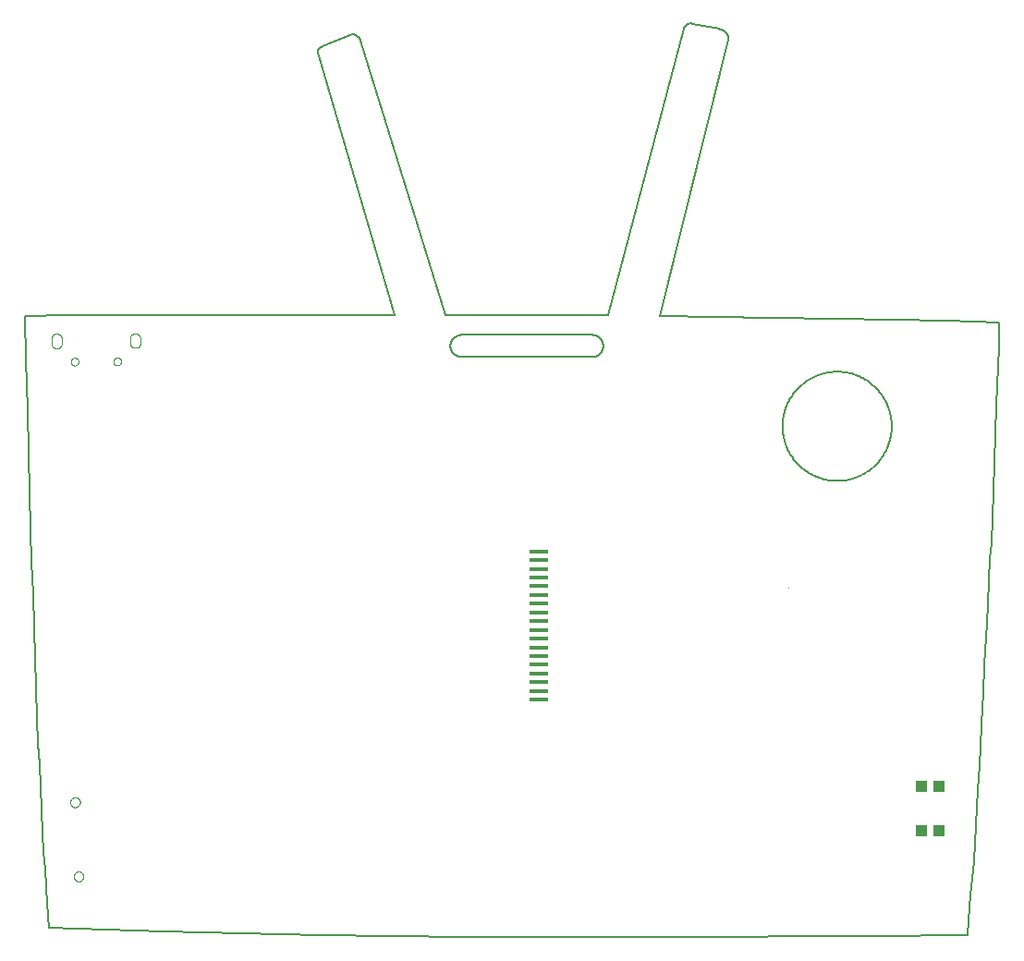
<source format=gtp>
G75*
%MOIN*%
%OFA0B0*%
%FSLAX25Y25*%
%IPPOS*%
%LPD*%
%AMOC8*
5,1,8,0,0,1.08239X$1,22.5*
%
%ADD10C,0.00600*%
%ADD11C,0.00500*%
%ADD12C,0.00591*%
%ADD13C,0.00000*%
%ADD14R,0.06693X0.01575*%
%ADD15R,0.00100X0.00100*%
%ADD16R,0.03937X0.03937*%
D10*
X0018536Y0053992D02*
X0059875Y0052417D01*
X0116174Y0051236D01*
X0168930Y0050449D01*
X0239009Y0050449D01*
X0315781Y0050843D01*
X0349639Y0051236D01*
X0350033Y0056354D01*
X0350426Y0061079D01*
X0350820Y0065409D01*
X0352001Y0078008D01*
X0352788Y0091000D01*
X0353576Y0103598D01*
X0353970Y0112654D01*
X0354363Y0118953D01*
X0354757Y0127220D01*
X0355151Y0132732D01*
X0355544Y0138638D01*
X0355938Y0148480D01*
X0356725Y0163835D01*
X0357119Y0170528D01*
X0357907Y0187063D01*
X0358300Y0192575D01*
X0358694Y0202024D01*
X0359088Y0211079D01*
X0359481Y0221709D01*
X0360269Y0242181D01*
X0361056Y0263441D01*
X0361056Y0272102D01*
X0342552Y0272890D01*
X0302395Y0273677D01*
X0279212Y0273741D01*
X0238661Y0274528D01*
X0283041Y0234773D02*
X0283047Y0235256D01*
X0283065Y0235739D01*
X0283094Y0236221D01*
X0283136Y0236702D01*
X0283189Y0237183D01*
X0283254Y0237661D01*
X0283331Y0238138D01*
X0283419Y0238613D01*
X0283519Y0239086D01*
X0283631Y0239556D01*
X0283754Y0240023D01*
X0283889Y0240487D01*
X0284035Y0240948D01*
X0284192Y0241405D01*
X0284360Y0241858D01*
X0284539Y0242306D01*
X0284730Y0242750D01*
X0284931Y0243189D01*
X0285143Y0243624D01*
X0285365Y0244052D01*
X0285598Y0244476D01*
X0285842Y0244893D01*
X0286095Y0245304D01*
X0286359Y0245709D01*
X0286632Y0246108D01*
X0286915Y0246499D01*
X0287207Y0246884D01*
X0287509Y0247261D01*
X0287820Y0247631D01*
X0288140Y0247993D01*
X0288469Y0248347D01*
X0288807Y0248692D01*
X0289152Y0249030D01*
X0289506Y0249359D01*
X0289868Y0249679D01*
X0290238Y0249990D01*
X0290615Y0250292D01*
X0291000Y0250584D01*
X0291391Y0250867D01*
X0291790Y0251140D01*
X0292195Y0251404D01*
X0292606Y0251657D01*
X0293023Y0251901D01*
X0293447Y0252134D01*
X0293875Y0252356D01*
X0294310Y0252568D01*
X0294749Y0252769D01*
X0295193Y0252960D01*
X0295641Y0253139D01*
X0296094Y0253307D01*
X0296551Y0253464D01*
X0297012Y0253610D01*
X0297476Y0253745D01*
X0297943Y0253868D01*
X0298413Y0253980D01*
X0298886Y0254080D01*
X0299361Y0254168D01*
X0299838Y0254245D01*
X0300316Y0254310D01*
X0300797Y0254363D01*
X0301278Y0254405D01*
X0301760Y0254434D01*
X0302243Y0254452D01*
X0302726Y0254458D01*
X0303209Y0254452D01*
X0303692Y0254434D01*
X0304174Y0254405D01*
X0304655Y0254363D01*
X0305136Y0254310D01*
X0305614Y0254245D01*
X0306091Y0254168D01*
X0306566Y0254080D01*
X0307039Y0253980D01*
X0307509Y0253868D01*
X0307976Y0253745D01*
X0308440Y0253610D01*
X0308901Y0253464D01*
X0309358Y0253307D01*
X0309811Y0253139D01*
X0310259Y0252960D01*
X0310703Y0252769D01*
X0311142Y0252568D01*
X0311577Y0252356D01*
X0312005Y0252134D01*
X0312429Y0251901D01*
X0312846Y0251657D01*
X0313257Y0251404D01*
X0313662Y0251140D01*
X0314061Y0250867D01*
X0314452Y0250584D01*
X0314837Y0250292D01*
X0315214Y0249990D01*
X0315584Y0249679D01*
X0315946Y0249359D01*
X0316300Y0249030D01*
X0316645Y0248692D01*
X0316983Y0248347D01*
X0317312Y0247993D01*
X0317632Y0247631D01*
X0317943Y0247261D01*
X0318245Y0246884D01*
X0318537Y0246499D01*
X0318820Y0246108D01*
X0319093Y0245709D01*
X0319357Y0245304D01*
X0319610Y0244893D01*
X0319854Y0244476D01*
X0320087Y0244052D01*
X0320309Y0243624D01*
X0320521Y0243189D01*
X0320722Y0242750D01*
X0320913Y0242306D01*
X0321092Y0241858D01*
X0321260Y0241405D01*
X0321417Y0240948D01*
X0321563Y0240487D01*
X0321698Y0240023D01*
X0321821Y0239556D01*
X0321933Y0239086D01*
X0322033Y0238613D01*
X0322121Y0238138D01*
X0322198Y0237661D01*
X0322263Y0237183D01*
X0322316Y0236702D01*
X0322358Y0236221D01*
X0322387Y0235739D01*
X0322405Y0235256D01*
X0322411Y0234773D01*
X0322405Y0234290D01*
X0322387Y0233807D01*
X0322358Y0233325D01*
X0322316Y0232844D01*
X0322263Y0232363D01*
X0322198Y0231885D01*
X0322121Y0231408D01*
X0322033Y0230933D01*
X0321933Y0230460D01*
X0321821Y0229990D01*
X0321698Y0229523D01*
X0321563Y0229059D01*
X0321417Y0228598D01*
X0321260Y0228141D01*
X0321092Y0227688D01*
X0320913Y0227240D01*
X0320722Y0226796D01*
X0320521Y0226357D01*
X0320309Y0225922D01*
X0320087Y0225494D01*
X0319854Y0225070D01*
X0319610Y0224653D01*
X0319357Y0224242D01*
X0319093Y0223837D01*
X0318820Y0223438D01*
X0318537Y0223047D01*
X0318245Y0222662D01*
X0317943Y0222285D01*
X0317632Y0221915D01*
X0317312Y0221553D01*
X0316983Y0221199D01*
X0316645Y0220854D01*
X0316300Y0220516D01*
X0315946Y0220187D01*
X0315584Y0219867D01*
X0315214Y0219556D01*
X0314837Y0219254D01*
X0314452Y0218962D01*
X0314061Y0218679D01*
X0313662Y0218406D01*
X0313257Y0218142D01*
X0312846Y0217889D01*
X0312429Y0217645D01*
X0312005Y0217412D01*
X0311577Y0217190D01*
X0311142Y0216978D01*
X0310703Y0216777D01*
X0310259Y0216586D01*
X0309811Y0216407D01*
X0309358Y0216239D01*
X0308901Y0216082D01*
X0308440Y0215936D01*
X0307976Y0215801D01*
X0307509Y0215678D01*
X0307039Y0215566D01*
X0306566Y0215466D01*
X0306091Y0215378D01*
X0305614Y0215301D01*
X0305136Y0215236D01*
X0304655Y0215183D01*
X0304174Y0215141D01*
X0303692Y0215112D01*
X0303209Y0215094D01*
X0302726Y0215088D01*
X0302243Y0215094D01*
X0301760Y0215112D01*
X0301278Y0215141D01*
X0300797Y0215183D01*
X0300316Y0215236D01*
X0299838Y0215301D01*
X0299361Y0215378D01*
X0298886Y0215466D01*
X0298413Y0215566D01*
X0297943Y0215678D01*
X0297476Y0215801D01*
X0297012Y0215936D01*
X0296551Y0216082D01*
X0296094Y0216239D01*
X0295641Y0216407D01*
X0295193Y0216586D01*
X0294749Y0216777D01*
X0294310Y0216978D01*
X0293875Y0217190D01*
X0293447Y0217412D01*
X0293023Y0217645D01*
X0292606Y0217889D01*
X0292195Y0218142D01*
X0291790Y0218406D01*
X0291391Y0218679D01*
X0291000Y0218962D01*
X0290615Y0219254D01*
X0290238Y0219556D01*
X0289868Y0219867D01*
X0289506Y0220187D01*
X0289152Y0220516D01*
X0288807Y0220854D01*
X0288469Y0221199D01*
X0288140Y0221553D01*
X0287820Y0221915D01*
X0287509Y0222285D01*
X0287207Y0222662D01*
X0286915Y0223047D01*
X0286632Y0223438D01*
X0286359Y0223837D01*
X0286095Y0224242D01*
X0285842Y0224653D01*
X0285598Y0225070D01*
X0285365Y0225494D01*
X0285143Y0225922D01*
X0284931Y0226357D01*
X0284730Y0226796D01*
X0284539Y0227240D01*
X0284360Y0227688D01*
X0284192Y0228141D01*
X0284035Y0228598D01*
X0283889Y0229059D01*
X0283754Y0229523D01*
X0283631Y0229990D01*
X0283519Y0230460D01*
X0283419Y0230933D01*
X0283331Y0231408D01*
X0283254Y0231885D01*
X0283189Y0232363D01*
X0283136Y0232844D01*
X0283094Y0233325D01*
X0283065Y0233807D01*
X0283047Y0234290D01*
X0283041Y0234773D01*
X0024881Y0274725D02*
X0009875Y0274465D01*
X0010269Y0258717D01*
X0010662Y0241000D01*
X0011056Y0224858D01*
X0011450Y0211079D01*
X0011844Y0197693D01*
X0012237Y0185488D01*
X0012631Y0174465D01*
X0013025Y0161866D01*
X0013418Y0151630D01*
X0014206Y0129583D01*
X0014599Y0120134D01*
X0014993Y0113047D01*
X0015387Y0104780D01*
X0015781Y0096118D01*
X0016174Y0088638D01*
X0016568Y0080764D01*
X0016962Y0075252D01*
X0017355Y0068559D01*
X0017749Y0063047D01*
X0018143Y0058323D01*
X0018536Y0053992D01*
D11*
X0167177Y0259861D02*
X0214421Y0259861D01*
X0218358Y0263798D02*
X0218356Y0263922D01*
X0218350Y0264045D01*
X0218341Y0264169D01*
X0218327Y0264291D01*
X0218310Y0264414D01*
X0218288Y0264536D01*
X0218263Y0264657D01*
X0218234Y0264777D01*
X0218202Y0264896D01*
X0218165Y0265015D01*
X0218125Y0265132D01*
X0218082Y0265247D01*
X0218034Y0265362D01*
X0217983Y0265474D01*
X0217929Y0265585D01*
X0217871Y0265695D01*
X0217810Y0265802D01*
X0217745Y0265908D01*
X0217677Y0266011D01*
X0217606Y0266112D01*
X0217532Y0266211D01*
X0217455Y0266308D01*
X0217374Y0266402D01*
X0217291Y0266493D01*
X0217205Y0266582D01*
X0217116Y0266668D01*
X0217025Y0266751D01*
X0216931Y0266832D01*
X0216834Y0266909D01*
X0216735Y0266983D01*
X0216634Y0267054D01*
X0216531Y0267122D01*
X0216425Y0267187D01*
X0216318Y0267248D01*
X0216208Y0267306D01*
X0216097Y0267360D01*
X0215985Y0267411D01*
X0215870Y0267459D01*
X0215755Y0267502D01*
X0215638Y0267542D01*
X0215519Y0267579D01*
X0215400Y0267611D01*
X0215280Y0267640D01*
X0215159Y0267665D01*
X0215037Y0267687D01*
X0214914Y0267704D01*
X0214792Y0267718D01*
X0214668Y0267727D01*
X0214545Y0267733D01*
X0214421Y0267735D01*
X0167177Y0267735D01*
X0163240Y0263798D02*
X0163242Y0263674D01*
X0163248Y0263551D01*
X0163257Y0263427D01*
X0163271Y0263305D01*
X0163288Y0263182D01*
X0163310Y0263060D01*
X0163335Y0262939D01*
X0163364Y0262819D01*
X0163396Y0262700D01*
X0163433Y0262581D01*
X0163473Y0262464D01*
X0163516Y0262349D01*
X0163564Y0262234D01*
X0163615Y0262122D01*
X0163669Y0262011D01*
X0163727Y0261901D01*
X0163788Y0261794D01*
X0163853Y0261688D01*
X0163921Y0261585D01*
X0163992Y0261484D01*
X0164066Y0261385D01*
X0164143Y0261288D01*
X0164224Y0261194D01*
X0164307Y0261103D01*
X0164393Y0261014D01*
X0164482Y0260928D01*
X0164573Y0260845D01*
X0164667Y0260764D01*
X0164764Y0260687D01*
X0164863Y0260613D01*
X0164964Y0260542D01*
X0165067Y0260474D01*
X0165173Y0260409D01*
X0165280Y0260348D01*
X0165390Y0260290D01*
X0165501Y0260236D01*
X0165613Y0260185D01*
X0165728Y0260137D01*
X0165843Y0260094D01*
X0165960Y0260054D01*
X0166079Y0260017D01*
X0166198Y0259985D01*
X0166318Y0259956D01*
X0166439Y0259931D01*
X0166561Y0259909D01*
X0166684Y0259892D01*
X0166806Y0259878D01*
X0166930Y0259869D01*
X0167053Y0259863D01*
X0167177Y0259861D01*
X0163240Y0263798D02*
X0163242Y0263922D01*
X0163248Y0264045D01*
X0163257Y0264169D01*
X0163271Y0264291D01*
X0163288Y0264414D01*
X0163310Y0264536D01*
X0163335Y0264657D01*
X0163364Y0264777D01*
X0163396Y0264896D01*
X0163433Y0265015D01*
X0163473Y0265132D01*
X0163516Y0265247D01*
X0163564Y0265362D01*
X0163615Y0265474D01*
X0163669Y0265585D01*
X0163727Y0265695D01*
X0163788Y0265802D01*
X0163853Y0265908D01*
X0163921Y0266011D01*
X0163992Y0266112D01*
X0164066Y0266211D01*
X0164143Y0266308D01*
X0164224Y0266402D01*
X0164307Y0266493D01*
X0164393Y0266582D01*
X0164482Y0266668D01*
X0164573Y0266751D01*
X0164667Y0266832D01*
X0164764Y0266909D01*
X0164863Y0266983D01*
X0164964Y0267054D01*
X0165067Y0267122D01*
X0165173Y0267187D01*
X0165280Y0267248D01*
X0165390Y0267306D01*
X0165501Y0267360D01*
X0165613Y0267411D01*
X0165728Y0267459D01*
X0165843Y0267502D01*
X0165960Y0267542D01*
X0166079Y0267579D01*
X0166198Y0267611D01*
X0166318Y0267640D01*
X0166439Y0267665D01*
X0166561Y0267687D01*
X0166684Y0267704D01*
X0166806Y0267718D01*
X0166930Y0267727D01*
X0167053Y0267733D01*
X0167177Y0267735D01*
X0214421Y0259861D02*
X0214545Y0259863D01*
X0214668Y0259869D01*
X0214792Y0259878D01*
X0214914Y0259892D01*
X0215037Y0259909D01*
X0215159Y0259931D01*
X0215280Y0259956D01*
X0215400Y0259985D01*
X0215519Y0260017D01*
X0215638Y0260054D01*
X0215755Y0260094D01*
X0215870Y0260137D01*
X0215985Y0260185D01*
X0216097Y0260236D01*
X0216208Y0260290D01*
X0216318Y0260348D01*
X0216425Y0260409D01*
X0216531Y0260474D01*
X0216634Y0260542D01*
X0216735Y0260613D01*
X0216834Y0260687D01*
X0216931Y0260764D01*
X0217025Y0260845D01*
X0217116Y0260928D01*
X0217205Y0261014D01*
X0217291Y0261103D01*
X0217374Y0261194D01*
X0217455Y0261288D01*
X0217532Y0261385D01*
X0217606Y0261484D01*
X0217677Y0261585D01*
X0217745Y0261688D01*
X0217810Y0261794D01*
X0217871Y0261901D01*
X0217929Y0262011D01*
X0217983Y0262122D01*
X0218034Y0262234D01*
X0218082Y0262349D01*
X0218125Y0262464D01*
X0218165Y0262581D01*
X0218202Y0262700D01*
X0218234Y0262819D01*
X0218263Y0262939D01*
X0218288Y0263060D01*
X0218310Y0263182D01*
X0218327Y0263305D01*
X0218341Y0263427D01*
X0218350Y0263551D01*
X0218356Y0263674D01*
X0218358Y0263798D01*
D12*
X0220157Y0274922D02*
X0247322Y0378072D01*
X0247322Y0378071D02*
X0247347Y0378169D01*
X0247375Y0378266D01*
X0247407Y0378361D01*
X0247442Y0378455D01*
X0247481Y0378548D01*
X0247524Y0378639D01*
X0247570Y0378728D01*
X0247620Y0378816D01*
X0247672Y0378902D01*
X0247728Y0378985D01*
X0247788Y0379067D01*
X0247850Y0379146D01*
X0247915Y0379222D01*
X0247983Y0379296D01*
X0248054Y0379367D01*
X0248128Y0379436D01*
X0248204Y0379502D01*
X0248283Y0379565D01*
X0248364Y0379624D01*
X0248447Y0379681D01*
X0248532Y0379734D01*
X0248619Y0379784D01*
X0248709Y0379831D01*
X0248799Y0379874D01*
X0248892Y0379914D01*
X0248986Y0379950D01*
X0249081Y0379982D01*
X0249177Y0380011D01*
X0249275Y0380036D01*
X0249373Y0380057D01*
X0249472Y0380075D01*
X0249572Y0380089D01*
X0249672Y0380099D01*
X0249772Y0380105D01*
X0249873Y0380107D01*
X0249974Y0380105D01*
X0250074Y0380100D01*
X0250174Y0380091D01*
X0250274Y0380077D01*
X0250373Y0380060D01*
X0250471Y0380040D01*
X0250472Y0380040D02*
X0260314Y0378072D01*
X0260315Y0378071D02*
X0260430Y0378056D01*
X0260546Y0378038D01*
X0260660Y0378016D01*
X0260774Y0377989D01*
X0260887Y0377960D01*
X0260998Y0377926D01*
X0261109Y0377889D01*
X0261218Y0377849D01*
X0261326Y0377804D01*
X0261433Y0377757D01*
X0261538Y0377705D01*
X0261641Y0377651D01*
X0261742Y0377593D01*
X0261841Y0377532D01*
X0261938Y0377467D01*
X0262034Y0377400D01*
X0262126Y0377329D01*
X0262217Y0377255D01*
X0262305Y0377179D01*
X0262390Y0377099D01*
X0262473Y0377017D01*
X0262553Y0376932D01*
X0262630Y0376845D01*
X0262705Y0376755D01*
X0262776Y0376663D01*
X0262844Y0376568D01*
X0262910Y0376471D01*
X0262972Y0376373D01*
X0263030Y0376272D01*
X0263086Y0376169D01*
X0263138Y0376065D01*
X0263186Y0375959D01*
X0263231Y0375851D01*
X0263273Y0375742D01*
X0263311Y0375632D01*
X0263345Y0375520D01*
X0263376Y0375408D01*
X0263403Y0375294D01*
X0263426Y0375180D01*
X0263445Y0375065D01*
X0263461Y0374949D01*
X0263473Y0374833D01*
X0263481Y0374717D01*
X0263485Y0374600D01*
X0263486Y0374484D01*
X0263482Y0374367D01*
X0263475Y0374250D01*
X0263464Y0374134D01*
X0263464Y0374135D02*
X0238661Y0274528D01*
X0220157Y0274922D02*
X0161496Y0274922D01*
X0130787Y0373741D01*
X0130770Y0373843D01*
X0130750Y0373946D01*
X0130726Y0374047D01*
X0130698Y0374147D01*
X0130666Y0374246D01*
X0130630Y0374344D01*
X0130591Y0374441D01*
X0130549Y0374536D01*
X0130502Y0374629D01*
X0130453Y0374720D01*
X0130400Y0374810D01*
X0130343Y0374898D01*
X0130284Y0374983D01*
X0130221Y0375066D01*
X0130155Y0375147D01*
X0130086Y0375225D01*
X0130015Y0375300D01*
X0129940Y0375373D01*
X0129863Y0375443D01*
X0129784Y0375510D01*
X0129701Y0375574D01*
X0129617Y0375635D01*
X0129530Y0375693D01*
X0129442Y0375747D01*
X0129351Y0375798D01*
X0129258Y0375846D01*
X0129164Y0375890D01*
X0129068Y0375931D01*
X0128971Y0375968D01*
X0128872Y0376001D01*
X0128772Y0376031D01*
X0128671Y0376056D01*
X0128570Y0376078D01*
X0128467Y0376097D01*
X0128364Y0376111D01*
X0128260Y0376122D01*
X0128157Y0376128D01*
X0128052Y0376131D01*
X0127948Y0376130D01*
X0127844Y0376125D01*
X0127741Y0376116D01*
X0127637Y0376103D01*
X0117007Y0371772D01*
X0116922Y0371753D01*
X0116837Y0371730D01*
X0116754Y0371704D01*
X0116672Y0371674D01*
X0116591Y0371640D01*
X0116511Y0371603D01*
X0116434Y0371563D01*
X0116358Y0371519D01*
X0116284Y0371472D01*
X0116213Y0371421D01*
X0116143Y0371368D01*
X0116076Y0371312D01*
X0116012Y0371252D01*
X0115950Y0371190D01*
X0115891Y0371126D01*
X0115834Y0371059D01*
X0115781Y0370989D01*
X0115731Y0370917D01*
X0115684Y0370843D01*
X0115640Y0370768D01*
X0115600Y0370690D01*
X0115563Y0370610D01*
X0115530Y0370529D01*
X0115500Y0370447D01*
X0115474Y0370364D01*
X0115451Y0370279D01*
X0115432Y0370193D01*
X0115417Y0370107D01*
X0115406Y0370020D01*
X0115398Y0369933D01*
X0115394Y0369846D01*
X0115395Y0369758D01*
X0115398Y0369671D01*
X0115406Y0369583D01*
X0115418Y0369497D01*
X0115433Y0369410D01*
X0142992Y0274922D01*
X0024881Y0274725D01*
D13*
X0021589Y0268102D02*
X0020802Y0268099D01*
X0020801Y0268099D02*
X0020727Y0268092D01*
X0020653Y0268081D01*
X0020579Y0268067D01*
X0020506Y0268048D01*
X0020435Y0268026D01*
X0020364Y0268001D01*
X0020295Y0267971D01*
X0020228Y0267939D01*
X0020162Y0267903D01*
X0020098Y0267864D01*
X0020036Y0267821D01*
X0019977Y0267776D01*
X0019919Y0267727D01*
X0019865Y0267676D01*
X0019813Y0267622D01*
X0019764Y0267565D01*
X0019717Y0267506D01*
X0019674Y0267445D01*
X0019634Y0267381D01*
X0019597Y0267316D01*
X0019564Y0267249D01*
X0019534Y0267180D01*
X0019507Y0267110D01*
X0019485Y0267039D01*
X0019465Y0266966D01*
X0019450Y0266893D01*
X0019438Y0266819D01*
X0019430Y0266744D01*
X0019426Y0266669D01*
X0019425Y0266594D01*
X0019429Y0266519D01*
X0019429Y0266520D02*
X0019437Y0264355D01*
X0019437Y0264354D02*
X0019439Y0264282D01*
X0019445Y0264210D01*
X0019455Y0264139D01*
X0019468Y0264068D01*
X0019485Y0263998D01*
X0019506Y0263929D01*
X0019530Y0263861D01*
X0019558Y0263794D01*
X0019589Y0263729D01*
X0019624Y0263666D01*
X0019662Y0263604D01*
X0019703Y0263545D01*
X0019747Y0263488D01*
X0019794Y0263433D01*
X0019844Y0263381D01*
X0019897Y0263332D01*
X0019952Y0263285D01*
X0020009Y0263241D01*
X0020069Y0263201D01*
X0020130Y0263163D01*
X0020194Y0263129D01*
X0020259Y0263098D01*
X0020326Y0263071D01*
X0020394Y0263047D01*
X0020463Y0263027D01*
X0020533Y0263010D01*
X0020604Y0262997D01*
X0020676Y0262988D01*
X0020748Y0262983D01*
X0020820Y0262981D01*
X0020819Y0262981D02*
X0021607Y0262984D01*
X0021679Y0262986D01*
X0021751Y0262992D01*
X0021822Y0263002D01*
X0021893Y0263015D01*
X0021963Y0263032D01*
X0022032Y0263053D01*
X0022100Y0263077D01*
X0022167Y0263105D01*
X0022232Y0263136D01*
X0022295Y0263171D01*
X0022357Y0263209D01*
X0022416Y0263250D01*
X0022473Y0263294D01*
X0022528Y0263341D01*
X0022580Y0263391D01*
X0022629Y0263444D01*
X0022676Y0263499D01*
X0022720Y0263556D01*
X0022760Y0263616D01*
X0022798Y0263677D01*
X0022832Y0263741D01*
X0022863Y0263806D01*
X0022890Y0263873D01*
X0022914Y0263941D01*
X0022934Y0264010D01*
X0022951Y0264080D01*
X0022964Y0264151D01*
X0022973Y0264223D01*
X0022978Y0264295D01*
X0022980Y0264367D01*
X0022972Y0266532D01*
X0022973Y0266533D02*
X0022976Y0266608D01*
X0022975Y0266683D01*
X0022970Y0266757D01*
X0022962Y0266832D01*
X0022949Y0266906D01*
X0022933Y0266979D01*
X0022914Y0267052D01*
X0022890Y0267123D01*
X0022863Y0267193D01*
X0022833Y0267261D01*
X0022799Y0267328D01*
X0022762Y0267393D01*
X0022721Y0267456D01*
X0022677Y0267517D01*
X0022631Y0267576D01*
X0022581Y0267632D01*
X0022529Y0267686D01*
X0022474Y0267737D01*
X0022416Y0267785D01*
X0022356Y0267830D01*
X0022294Y0267872D01*
X0022230Y0267911D01*
X0022164Y0267947D01*
X0022096Y0267979D01*
X0022027Y0268007D01*
X0021957Y0268033D01*
X0021885Y0268054D01*
X0021812Y0268072D01*
X0021738Y0268086D01*
X0021664Y0268096D01*
X0021589Y0268103D01*
X0026348Y0258084D02*
X0026350Y0258158D01*
X0026356Y0258232D01*
X0026366Y0258305D01*
X0026380Y0258378D01*
X0026397Y0258450D01*
X0026419Y0258520D01*
X0026444Y0258590D01*
X0026473Y0258658D01*
X0026506Y0258724D01*
X0026542Y0258789D01*
X0026582Y0258851D01*
X0026624Y0258912D01*
X0026670Y0258970D01*
X0026719Y0259025D01*
X0026771Y0259078D01*
X0026826Y0259128D01*
X0026883Y0259174D01*
X0026943Y0259218D01*
X0027005Y0259258D01*
X0027069Y0259295D01*
X0027135Y0259329D01*
X0027203Y0259359D01*
X0027272Y0259385D01*
X0027343Y0259408D01*
X0027414Y0259426D01*
X0027487Y0259441D01*
X0027560Y0259452D01*
X0027634Y0259459D01*
X0027708Y0259462D01*
X0027781Y0259461D01*
X0027855Y0259456D01*
X0027929Y0259447D01*
X0028002Y0259434D01*
X0028074Y0259417D01*
X0028145Y0259397D01*
X0028215Y0259372D01*
X0028283Y0259344D01*
X0028350Y0259313D01*
X0028415Y0259277D01*
X0028478Y0259239D01*
X0028539Y0259197D01*
X0028598Y0259151D01*
X0028654Y0259103D01*
X0028707Y0259052D01*
X0028757Y0258998D01*
X0028805Y0258941D01*
X0028849Y0258882D01*
X0028891Y0258820D01*
X0028929Y0258757D01*
X0028963Y0258691D01*
X0028994Y0258624D01*
X0029021Y0258555D01*
X0029044Y0258485D01*
X0029064Y0258414D01*
X0029080Y0258341D01*
X0029092Y0258268D01*
X0029100Y0258195D01*
X0029104Y0258121D01*
X0029104Y0258047D01*
X0029100Y0257973D01*
X0029092Y0257900D01*
X0029080Y0257827D01*
X0029064Y0257754D01*
X0029044Y0257683D01*
X0029021Y0257613D01*
X0028994Y0257544D01*
X0028963Y0257477D01*
X0028929Y0257411D01*
X0028891Y0257348D01*
X0028849Y0257286D01*
X0028805Y0257227D01*
X0028757Y0257170D01*
X0028707Y0257116D01*
X0028654Y0257065D01*
X0028598Y0257017D01*
X0028539Y0256971D01*
X0028478Y0256929D01*
X0028415Y0256891D01*
X0028350Y0256855D01*
X0028283Y0256824D01*
X0028215Y0256796D01*
X0028145Y0256771D01*
X0028074Y0256751D01*
X0028002Y0256734D01*
X0027929Y0256721D01*
X0027855Y0256712D01*
X0027781Y0256707D01*
X0027708Y0256706D01*
X0027634Y0256709D01*
X0027560Y0256716D01*
X0027487Y0256727D01*
X0027414Y0256742D01*
X0027343Y0256760D01*
X0027272Y0256783D01*
X0027203Y0256809D01*
X0027135Y0256839D01*
X0027069Y0256873D01*
X0027005Y0256910D01*
X0026943Y0256950D01*
X0026883Y0256994D01*
X0026826Y0257040D01*
X0026771Y0257090D01*
X0026719Y0257143D01*
X0026670Y0257198D01*
X0026624Y0257256D01*
X0026582Y0257317D01*
X0026542Y0257379D01*
X0026506Y0257444D01*
X0026473Y0257510D01*
X0026444Y0257578D01*
X0026419Y0257648D01*
X0026397Y0257718D01*
X0026380Y0257790D01*
X0026366Y0257863D01*
X0026356Y0257936D01*
X0026350Y0258010D01*
X0026348Y0258084D01*
X0041703Y0258138D02*
X0041705Y0258212D01*
X0041711Y0258286D01*
X0041721Y0258359D01*
X0041735Y0258432D01*
X0041752Y0258504D01*
X0041774Y0258574D01*
X0041799Y0258644D01*
X0041828Y0258712D01*
X0041861Y0258778D01*
X0041897Y0258843D01*
X0041937Y0258905D01*
X0041979Y0258966D01*
X0042025Y0259024D01*
X0042074Y0259079D01*
X0042126Y0259132D01*
X0042181Y0259182D01*
X0042238Y0259228D01*
X0042298Y0259272D01*
X0042360Y0259312D01*
X0042424Y0259349D01*
X0042490Y0259383D01*
X0042558Y0259413D01*
X0042627Y0259439D01*
X0042698Y0259462D01*
X0042769Y0259480D01*
X0042842Y0259495D01*
X0042915Y0259506D01*
X0042989Y0259513D01*
X0043063Y0259516D01*
X0043136Y0259515D01*
X0043210Y0259510D01*
X0043284Y0259501D01*
X0043357Y0259488D01*
X0043429Y0259471D01*
X0043500Y0259451D01*
X0043570Y0259426D01*
X0043638Y0259398D01*
X0043705Y0259367D01*
X0043770Y0259331D01*
X0043833Y0259293D01*
X0043894Y0259251D01*
X0043953Y0259205D01*
X0044009Y0259157D01*
X0044062Y0259106D01*
X0044112Y0259052D01*
X0044160Y0258995D01*
X0044204Y0258936D01*
X0044246Y0258874D01*
X0044284Y0258811D01*
X0044318Y0258745D01*
X0044349Y0258678D01*
X0044376Y0258609D01*
X0044399Y0258539D01*
X0044419Y0258468D01*
X0044435Y0258395D01*
X0044447Y0258322D01*
X0044455Y0258249D01*
X0044459Y0258175D01*
X0044459Y0258101D01*
X0044455Y0258027D01*
X0044447Y0257954D01*
X0044435Y0257881D01*
X0044419Y0257808D01*
X0044399Y0257737D01*
X0044376Y0257667D01*
X0044349Y0257598D01*
X0044318Y0257531D01*
X0044284Y0257465D01*
X0044246Y0257402D01*
X0044204Y0257340D01*
X0044160Y0257281D01*
X0044112Y0257224D01*
X0044062Y0257170D01*
X0044009Y0257119D01*
X0043953Y0257071D01*
X0043894Y0257025D01*
X0043833Y0256983D01*
X0043770Y0256945D01*
X0043705Y0256909D01*
X0043638Y0256878D01*
X0043570Y0256850D01*
X0043500Y0256825D01*
X0043429Y0256805D01*
X0043357Y0256788D01*
X0043284Y0256775D01*
X0043210Y0256766D01*
X0043136Y0256761D01*
X0043063Y0256760D01*
X0042989Y0256763D01*
X0042915Y0256770D01*
X0042842Y0256781D01*
X0042769Y0256796D01*
X0042698Y0256814D01*
X0042627Y0256837D01*
X0042558Y0256863D01*
X0042490Y0256893D01*
X0042424Y0256927D01*
X0042360Y0256964D01*
X0042298Y0257004D01*
X0042238Y0257048D01*
X0042181Y0257094D01*
X0042126Y0257144D01*
X0042074Y0257197D01*
X0042025Y0257252D01*
X0041979Y0257310D01*
X0041937Y0257371D01*
X0041897Y0257433D01*
X0041861Y0257498D01*
X0041828Y0257564D01*
X0041799Y0257632D01*
X0041774Y0257702D01*
X0041752Y0257772D01*
X0041735Y0257844D01*
X0041721Y0257917D01*
X0041711Y0257990D01*
X0041705Y0258064D01*
X0041703Y0258138D01*
X0047783Y0264453D02*
X0047775Y0266816D01*
X0047775Y0266815D02*
X0047786Y0266892D01*
X0047801Y0266969D01*
X0047820Y0267044D01*
X0047842Y0267119D01*
X0047868Y0267192D01*
X0047898Y0267264D01*
X0047931Y0267335D01*
X0047968Y0267404D01*
X0048008Y0267471D01*
X0048051Y0267535D01*
X0048097Y0267598D01*
X0048146Y0267658D01*
X0048199Y0267716D01*
X0048254Y0267771D01*
X0048311Y0267824D01*
X0048371Y0267873D01*
X0048434Y0267920D01*
X0048498Y0267963D01*
X0048565Y0268003D01*
X0048634Y0268040D01*
X0048704Y0268074D01*
X0048776Y0268104D01*
X0048849Y0268130D01*
X0048924Y0268153D01*
X0048999Y0268172D01*
X0049076Y0268187D01*
X0049153Y0268199D01*
X0049230Y0268206D01*
X0049308Y0268210D01*
X0049386Y0268211D01*
X0049464Y0268207D01*
X0049541Y0268199D01*
X0049542Y0268200D02*
X0049619Y0268208D01*
X0049697Y0268212D01*
X0049775Y0268213D01*
X0049853Y0268209D01*
X0049930Y0268202D01*
X0050007Y0268191D01*
X0050084Y0268176D01*
X0050159Y0268158D01*
X0050234Y0268135D01*
X0050308Y0268110D01*
X0050380Y0268080D01*
X0050450Y0268047D01*
X0050519Y0268011D01*
X0050586Y0267971D01*
X0050651Y0267928D01*
X0050714Y0267882D01*
X0050774Y0267833D01*
X0050832Y0267781D01*
X0050888Y0267726D01*
X0050940Y0267669D01*
X0050990Y0267609D01*
X0051037Y0267546D01*
X0051080Y0267482D01*
X0051121Y0267415D01*
X0051158Y0267347D01*
X0051192Y0267277D01*
X0051222Y0267205D01*
X0051248Y0267132D01*
X0051271Y0267057D01*
X0051291Y0266982D01*
X0051306Y0266905D01*
X0051318Y0266828D01*
X0051326Y0264466D01*
X0051315Y0264389D01*
X0051300Y0264312D01*
X0051281Y0264237D01*
X0051259Y0264162D01*
X0051233Y0264089D01*
X0051203Y0264017D01*
X0051170Y0263946D01*
X0051133Y0263877D01*
X0051093Y0263810D01*
X0051050Y0263746D01*
X0051004Y0263683D01*
X0050955Y0263623D01*
X0050902Y0263565D01*
X0050847Y0263510D01*
X0050790Y0263457D01*
X0050730Y0263408D01*
X0050667Y0263361D01*
X0050603Y0263318D01*
X0050536Y0263278D01*
X0050467Y0263241D01*
X0050397Y0263207D01*
X0050325Y0263177D01*
X0050252Y0263151D01*
X0050177Y0263128D01*
X0050102Y0263109D01*
X0050025Y0263094D01*
X0049948Y0263082D01*
X0049871Y0263075D01*
X0049793Y0263071D01*
X0049715Y0263070D01*
X0049637Y0263074D01*
X0049560Y0263082D01*
X0049559Y0263082D02*
X0049482Y0263074D01*
X0049404Y0263070D01*
X0049326Y0263069D01*
X0049248Y0263073D01*
X0049171Y0263080D01*
X0049094Y0263091D01*
X0049017Y0263106D01*
X0048942Y0263124D01*
X0048867Y0263147D01*
X0048793Y0263172D01*
X0048721Y0263202D01*
X0048651Y0263235D01*
X0048582Y0263271D01*
X0048515Y0263311D01*
X0048450Y0263354D01*
X0048387Y0263400D01*
X0048327Y0263449D01*
X0048269Y0263501D01*
X0048213Y0263556D01*
X0048161Y0263613D01*
X0048111Y0263673D01*
X0048064Y0263736D01*
X0048021Y0263800D01*
X0047980Y0263867D01*
X0047943Y0263935D01*
X0047909Y0264005D01*
X0047879Y0264077D01*
X0047853Y0264150D01*
X0047830Y0264225D01*
X0047810Y0264300D01*
X0047795Y0264377D01*
X0047783Y0264454D01*
X0026093Y0099141D02*
X0026095Y0099225D01*
X0026101Y0099308D01*
X0026111Y0099391D01*
X0026125Y0099474D01*
X0026142Y0099556D01*
X0026164Y0099637D01*
X0026189Y0099716D01*
X0026218Y0099795D01*
X0026251Y0099872D01*
X0026287Y0099947D01*
X0026327Y0100021D01*
X0026370Y0100093D01*
X0026417Y0100162D01*
X0026467Y0100229D01*
X0026520Y0100294D01*
X0026576Y0100356D01*
X0026634Y0100416D01*
X0026696Y0100473D01*
X0026760Y0100526D01*
X0026827Y0100577D01*
X0026896Y0100624D01*
X0026967Y0100669D01*
X0027040Y0100709D01*
X0027115Y0100746D01*
X0027192Y0100780D01*
X0027270Y0100810D01*
X0027349Y0100836D01*
X0027430Y0100859D01*
X0027512Y0100877D01*
X0027594Y0100892D01*
X0027677Y0100903D01*
X0027760Y0100910D01*
X0027844Y0100913D01*
X0027928Y0100912D01*
X0028011Y0100907D01*
X0028095Y0100898D01*
X0028177Y0100885D01*
X0028259Y0100869D01*
X0028340Y0100848D01*
X0028421Y0100824D01*
X0028499Y0100796D01*
X0028577Y0100764D01*
X0028653Y0100728D01*
X0028727Y0100689D01*
X0028799Y0100647D01*
X0028869Y0100601D01*
X0028937Y0100552D01*
X0029002Y0100500D01*
X0029065Y0100445D01*
X0029125Y0100387D01*
X0029183Y0100326D01*
X0029237Y0100262D01*
X0029289Y0100196D01*
X0029337Y0100128D01*
X0029382Y0100057D01*
X0029423Y0099984D01*
X0029462Y0099910D01*
X0029496Y0099834D01*
X0029527Y0099756D01*
X0029554Y0099677D01*
X0029578Y0099596D01*
X0029597Y0099515D01*
X0029613Y0099433D01*
X0029625Y0099350D01*
X0029633Y0099266D01*
X0029637Y0099183D01*
X0029637Y0099099D01*
X0029633Y0099016D01*
X0029625Y0098932D01*
X0029613Y0098849D01*
X0029597Y0098767D01*
X0029578Y0098686D01*
X0029554Y0098605D01*
X0029527Y0098526D01*
X0029496Y0098448D01*
X0029462Y0098372D01*
X0029423Y0098298D01*
X0029382Y0098225D01*
X0029337Y0098154D01*
X0029289Y0098086D01*
X0029237Y0098020D01*
X0029183Y0097956D01*
X0029125Y0097895D01*
X0029065Y0097837D01*
X0029002Y0097782D01*
X0028937Y0097730D01*
X0028869Y0097681D01*
X0028799Y0097635D01*
X0028727Y0097593D01*
X0028653Y0097554D01*
X0028577Y0097518D01*
X0028499Y0097486D01*
X0028421Y0097458D01*
X0028340Y0097434D01*
X0028259Y0097413D01*
X0028177Y0097397D01*
X0028095Y0097384D01*
X0028011Y0097375D01*
X0027928Y0097370D01*
X0027844Y0097369D01*
X0027760Y0097372D01*
X0027677Y0097379D01*
X0027594Y0097390D01*
X0027512Y0097405D01*
X0027430Y0097423D01*
X0027349Y0097446D01*
X0027270Y0097472D01*
X0027192Y0097502D01*
X0027115Y0097536D01*
X0027040Y0097573D01*
X0026967Y0097613D01*
X0026896Y0097658D01*
X0026827Y0097705D01*
X0026760Y0097756D01*
X0026696Y0097809D01*
X0026634Y0097866D01*
X0026576Y0097926D01*
X0026520Y0097988D01*
X0026467Y0098053D01*
X0026417Y0098120D01*
X0026370Y0098189D01*
X0026327Y0098261D01*
X0026287Y0098335D01*
X0026251Y0098410D01*
X0026218Y0098487D01*
X0026189Y0098566D01*
X0026164Y0098645D01*
X0026142Y0098726D01*
X0026125Y0098808D01*
X0026111Y0098891D01*
X0026101Y0098974D01*
X0026095Y0099057D01*
X0026093Y0099141D01*
X0027354Y0072399D02*
X0027356Y0072483D01*
X0027362Y0072566D01*
X0027372Y0072649D01*
X0027386Y0072732D01*
X0027403Y0072814D01*
X0027425Y0072895D01*
X0027450Y0072974D01*
X0027479Y0073053D01*
X0027512Y0073130D01*
X0027548Y0073205D01*
X0027588Y0073279D01*
X0027631Y0073351D01*
X0027678Y0073420D01*
X0027728Y0073487D01*
X0027781Y0073552D01*
X0027837Y0073614D01*
X0027895Y0073674D01*
X0027957Y0073731D01*
X0028021Y0073784D01*
X0028088Y0073835D01*
X0028157Y0073882D01*
X0028228Y0073927D01*
X0028301Y0073967D01*
X0028376Y0074004D01*
X0028453Y0074038D01*
X0028531Y0074068D01*
X0028610Y0074094D01*
X0028691Y0074117D01*
X0028773Y0074135D01*
X0028855Y0074150D01*
X0028938Y0074161D01*
X0029021Y0074168D01*
X0029105Y0074171D01*
X0029189Y0074170D01*
X0029272Y0074165D01*
X0029356Y0074156D01*
X0029438Y0074143D01*
X0029520Y0074127D01*
X0029601Y0074106D01*
X0029682Y0074082D01*
X0029760Y0074054D01*
X0029838Y0074022D01*
X0029914Y0073986D01*
X0029988Y0073947D01*
X0030060Y0073905D01*
X0030130Y0073859D01*
X0030198Y0073810D01*
X0030263Y0073758D01*
X0030326Y0073703D01*
X0030386Y0073645D01*
X0030444Y0073584D01*
X0030498Y0073520D01*
X0030550Y0073454D01*
X0030598Y0073386D01*
X0030643Y0073315D01*
X0030684Y0073242D01*
X0030723Y0073168D01*
X0030757Y0073092D01*
X0030788Y0073014D01*
X0030815Y0072935D01*
X0030839Y0072854D01*
X0030858Y0072773D01*
X0030874Y0072691D01*
X0030886Y0072608D01*
X0030894Y0072524D01*
X0030898Y0072441D01*
X0030898Y0072357D01*
X0030894Y0072274D01*
X0030886Y0072190D01*
X0030874Y0072107D01*
X0030858Y0072025D01*
X0030839Y0071944D01*
X0030815Y0071863D01*
X0030788Y0071784D01*
X0030757Y0071706D01*
X0030723Y0071630D01*
X0030684Y0071556D01*
X0030643Y0071483D01*
X0030598Y0071412D01*
X0030550Y0071344D01*
X0030498Y0071278D01*
X0030444Y0071214D01*
X0030386Y0071153D01*
X0030326Y0071095D01*
X0030263Y0071040D01*
X0030198Y0070988D01*
X0030130Y0070939D01*
X0030060Y0070893D01*
X0029988Y0070851D01*
X0029914Y0070812D01*
X0029838Y0070776D01*
X0029760Y0070744D01*
X0029682Y0070716D01*
X0029601Y0070692D01*
X0029520Y0070671D01*
X0029438Y0070655D01*
X0029356Y0070642D01*
X0029272Y0070633D01*
X0029189Y0070628D01*
X0029105Y0070627D01*
X0029021Y0070630D01*
X0028938Y0070637D01*
X0028855Y0070648D01*
X0028773Y0070663D01*
X0028691Y0070681D01*
X0028610Y0070704D01*
X0028531Y0070730D01*
X0028453Y0070760D01*
X0028376Y0070794D01*
X0028301Y0070831D01*
X0028228Y0070871D01*
X0028157Y0070916D01*
X0028088Y0070963D01*
X0028021Y0071014D01*
X0027957Y0071067D01*
X0027895Y0071124D01*
X0027837Y0071184D01*
X0027781Y0071246D01*
X0027728Y0071311D01*
X0027678Y0071378D01*
X0027631Y0071447D01*
X0027588Y0071519D01*
X0027548Y0071593D01*
X0027512Y0071668D01*
X0027479Y0071745D01*
X0027450Y0071824D01*
X0027425Y0071903D01*
X0027403Y0071984D01*
X0027386Y0072066D01*
X0027372Y0072149D01*
X0027362Y0072232D01*
X0027356Y0072315D01*
X0027354Y0072399D01*
D14*
X0195070Y0136128D03*
X0195070Y0139278D03*
X0195070Y0142428D03*
X0195070Y0145577D03*
X0195070Y0148727D03*
X0195070Y0151876D03*
X0195070Y0155026D03*
X0195070Y0158176D03*
X0195070Y0161325D03*
X0195070Y0164475D03*
X0195070Y0167624D03*
X0195070Y0170774D03*
X0195070Y0173924D03*
X0195070Y0177073D03*
X0195070Y0180223D03*
X0195070Y0183372D03*
X0195070Y0186522D03*
X0195070Y0189672D03*
D15*
X0285430Y0176152D03*
D16*
X0333084Y0104774D03*
X0339383Y0104774D03*
X0339383Y0089026D03*
X0333084Y0089026D03*
M02*

</source>
